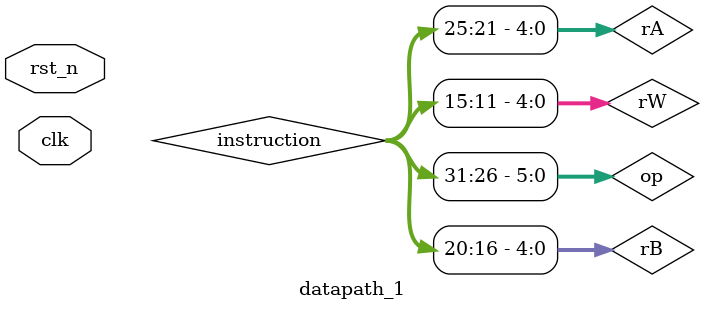
<source format=v>
`timescale 1ns / 1ps


module datapath_1(
           input clk,
           input rst_n
       );

/******** PC ********/

// pc_1 Outputs
wire  [31:0]  pcOld;

pc_1  u_pc_1 (
          .clk                     ( clk     ),
          .rst_n                   ( rst_n   ),
          .pcNew                   ( pcOld   ), // pcNew = pcOld + 4; no selection

          .pcOld                   ( pcOld   )
      );


/******** Instruction ROM ********/

// blk_mem_gen_0 Inputs
wire  [13:0]  addra  = pcOld[15:2];

// blk_mem_gen_0 Outputs // instructions
wire  [31:0]  instruction;

blk_mem_gen_0  u_blk_mem_gen_0 (
                   .clka                    ( clk    ),
                   .addra                   ( addra   ),

                   .douta                   ( instruction   )
               );


/******** Reg Files ********/

// reg_files_1 Inputs
wire  [31:0]  ALUresult;

wire   [4:0]  rA = instruction[25:21];
wire   [4:0]  rB = instruction[20:16];
wire   [4:0]  rW = instruction[15:11];
wire   [31:0]  writeData = ALUresult;
wire   RegWrite;

// reg_files_1 Outputs
wire  [31:0]  A;
wire  [31:0]  B;

reg_files_1  u_reg_files_1 (
                 .clk                     ( clk         ),
                 .rst_n                   ( rst_n       ),
                 .rA                      ( rA          ),
                 .rB                      ( rB          ),
                 .rW                      ( rW          ),
                 .writeData               ( writeData   ),
                 .RegWrite                ( RegWrite    ),

                 .A                       ( A           ),
                 .B                       ( B           )
             );


/******** ALU ********/

// ALU_1 Inputs
// wire   [31:0]  A;
// wire   [31:0]  B;
wire   [3:0]  ALUop;

// ALU_1 Outputs
// wire  [31:0]  ALUresult = writeData; // 【不能用！传输方向不对】

ALU_1  u_ALU_1 (
           .A                       ( A           ),
           .B                       ( B           ),
           .ALUop                   ( ALUop       ),

           .ALUresult               ( ALUresult   )
       );


/******** controler ********/

// control_1 Inputs
wire   [5:0]  op = instruction[31:26];
wire   [5:0]  func = instruction[5:0];

// control_1 Outputs
// wire  RegWrite
// wire  [3:0]  ALUop;

control_1  u_control_1 (
               .op                      ( op         ),
               .func                    ( func       ),

               .RegWrite                ( RegWrite   ),
               .ALUop                   ( ALUop      )
           );

endmodule


</source>
